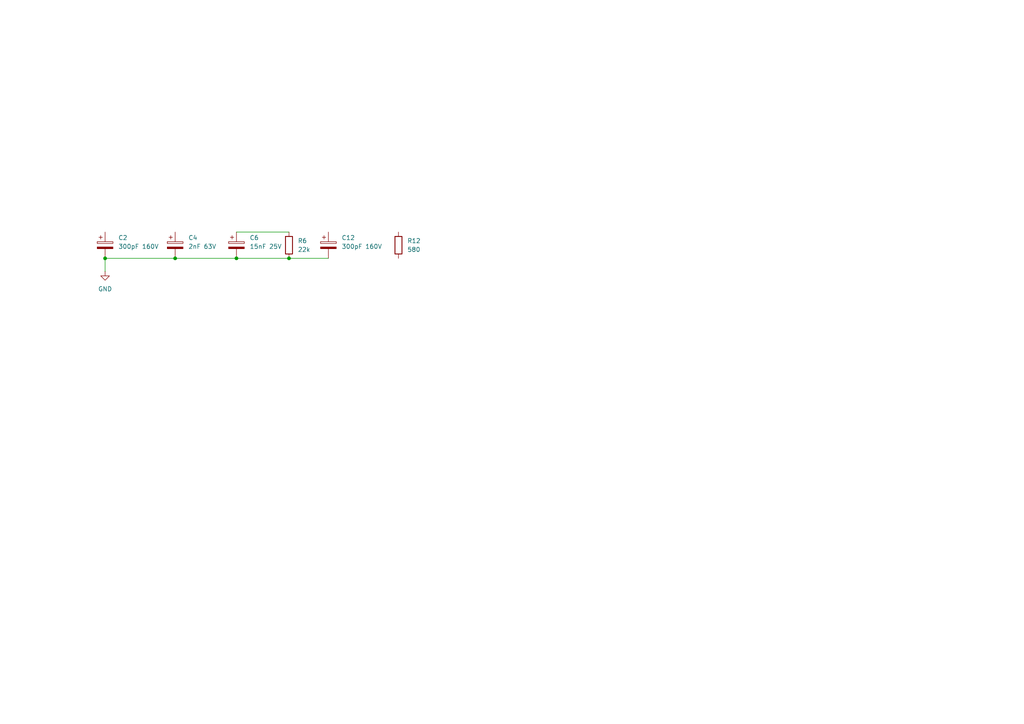
<source format=kicad_sch>
(kicad_sch (version 20250114) (generator "eeschema") (generator_version "9.0")
  (paper "A4")
  (lib_symbols
    (symbol "Device:C_Polarized" (pin_numbers (hide yes)) (pin_names (offset 0.254))
      (property "Reference" "C" (at 0.635 2.54 0))
      (property "Value" "C_Polarized" (at 0.635 -2.54 0))
      (symbol "C_Polarized_0_1"
        (rectangle (start -2.286 0.508) (end 2.286 1.016))
        (polyline (pts (xy -1.778 2.286) (xy -0.762 2.286)))
        (polyline (pts (xy -1.27 2.794) (xy -1.27 1.778)))
        (rectangle (start 2.286 -0.508) (end -2.286 -1.016) (fill (type outline)))
      )
      (symbol "C_Polarized_1_1"
        (pin passive line (at 0 3.81 270) (length 2.794) (name "~") (number "1"))
        (pin passive line (at 0 -3.81 90) (length 2.794) (name "~") (number "2"))
      )
    )
    (symbol "Device:R" (pin_numbers (hide yes)) (pin_names (offset 0))
      (property "Reference" "R" (at 2.032 0 90))
      (property "Value" "R" (at 0 0 90))
      (symbol "R_0_1"
        (rectangle (start -1.016 -2.54) (end 1.016 2.54) (stroke (width 0.254)))
      )
      (symbol "R_1_1"
        (pin passive line (at 0 3.81 270) (length 1.27) (name "~") (number "1"))
        (pin passive line (at 0 -3.81 90) (length 1.27) (name "~") (number "2"))
      )
    )
    (symbol "power:GND" (power) (pin_numbers (hide yes)) (pin_names (offset 0) (hide yes))
      (property "Value" "GND" (at 0 -3.81 0))
      (symbol "GND_0_1"
        (polyline (pts (xy 0 0) (xy 0 -1.27) (xy 1.27 -1.27) (xy 0 -2.54) (xy -1.27 -1.27) (xy 0 -1.27)))
      )
      (symbol "GND_1_1"
        (pin power_in line (at 0 0 270) (length 0) (name "~") (number "1"))
      )
    )
  )
  (junction (at 30.48 74.93))
  (junction (at 68.58 74.93))
  (junction (at 83.82 74.93))
  (junction (at 50.8 74.93))
  (wire (pts (xy 50.8 74.93) (xy 68.58 74.93)))
  (wire (pts (xy 30.48 74.93) (xy 50.8 74.93)))
  (wire (pts (xy 68.58 67.31) (xy 83.82 67.31)))
  (wire (pts (xy 30.48 74.93) (xy 30.48 78.74)))
  (wire (pts (xy 83.82 74.93) (xy 95.25 74.93)))
  (wire (pts (xy 68.58 74.93) (xy 83.82 74.93)))
  (symbol (lib_id "Device:C_Polarized") (at 30.48 71.12 0) (unit 1)
    (property "Reference" "C2" (at 34.29 68.9609 0) (effects (justify left)))
    (property "Value" "300pF 160V" (at 34.29 71.5009 0) (effects (justify left)))
    (property "Description" "Polarized capacitor" (effects (hide yes)))
  )
  (symbol (lib_id "Device:C_Polarized") (at 68.58 71.12 0) (unit 1)
    (property "Reference" "C6" (at 72.39 68.9609 0) (effects (justify left)))
    (property "Value" "15nF 25V" (at 72.39 71.5009 0) (effects (justify left)))
    (property "Description" "Polarized capacitor" (effects (hide yes)))
  )
  (symbol (lib_id "Device:R") (at 115.57 71.12 0) (unit 1)
    (property "Reference" "R12" (at 118.11 69.8499 0) (effects (justify left)))
    (property "Value" "580" (at 118.11 72.3899 0) (effects (justify left)))
    (property "Description" "Resistor" (effects (hide yes)))
  )
  (symbol (lib_id "power:GND") (at 30.48 78.74 0) (unit 1)
    (property "Reference" "#PWR01" (effects (hide yes)))
    (property "Value" "GND" (at 30.48 83.82 0))
    (property "Description" "Power symbol creates a global label with name \"GND\" , ground" (effects (hide yes)))
  )
  (symbol (lib_id "Device:R") (at 83.82 71.12 0) (unit 1)
    (property "Reference" "R6" (at 86.36 69.8499 0) (effects (justify left)))
    (property "Value" "22k" (at 86.36 72.3899 0) (effects (justify left)))
    (property "Description" "Resistor" (effects (hide yes)))
  )
  (symbol (lib_id "Device:C_Polarized") (at 50.8 71.12 0) (unit 1)
    (property "Reference" "C4" (at 54.61 68.9609 0) (effects (justify left)))
    (property "Value" "2nF 63V" (at 54.61 71.5009 0) (effects (justify left)))
    (property "Description" "Polarized capacitor" (effects (hide yes)))
  )
  (symbol (lib_id "Device:C_Polarized") (at 95.25 71.12 0) (unit 1)
    (property "Reference" "C12" (at 99.06 68.9609 0) (effects (justify left)))
    (property "Value" "300pF 160V" (at 99.06 71.5009 0) (effects (justify left)))
    (property "Description" "Polarized capacitor" (effects (hide yes)))
  )
)
</source>
